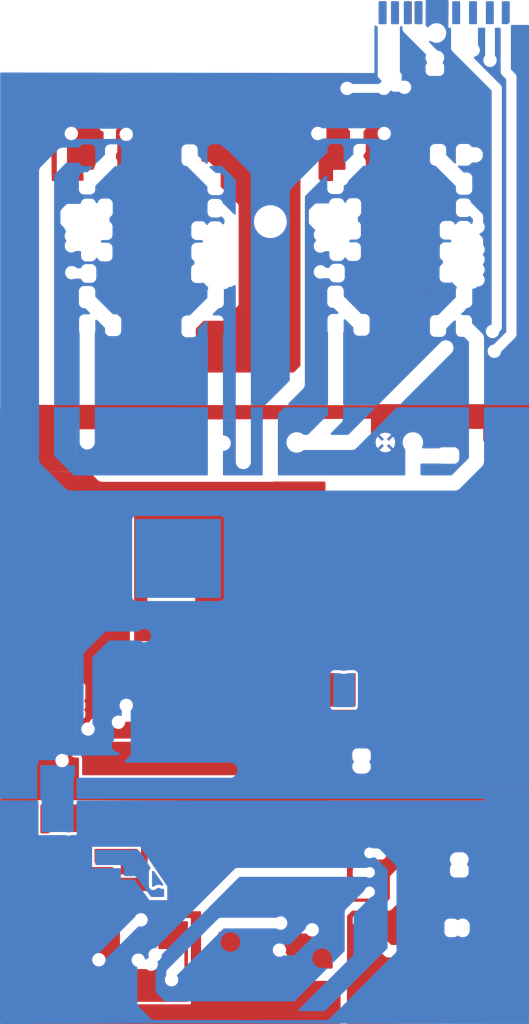
<source format=kicad_pcb>
(kicad_pcb (version 20240108) (generator "pcbnew") (generator_version "8.0")
  (layers (0 "F.Cu" signal) (31 "B.Cu" signal) (34 "B.Paste" user) (35 "F.Paste" user) (36 "B.SilkS" user "B.Silkscreen") (37 "F.SilkS" user "F.Silkscreen") (38 "B.Mask" user) (39 "F.Mask" user) (44 "Edge.Cuts" user))
  (net 0 "")
  (zone (net 0) (net_name "") (layer "F.Cu") (priority 3) (connect_pads yes (clearance 0.35)) (min_thickness 0.25) (fill yes (thermal_gap 0.3) (thermal_bridge_width 0.3) (island_removal_mode 1) (island_area_min 0))
    (polygon (pts (xy 115.10016 116.67393) (xy 115.10016 117.30893) (xy 115.35416 117.30893) (xy 116.11616 116.67393)))
  )
  (zone (net 0) (net_name "") (layer "F.Cu") (priority 11) (connect_pads yes (clearance 0.35)) (min_thickness 0.25) (fill yes (thermal_gap 0.3) (thermal_bridge_width 0.3) (island_removal_mode 1) (island_area_min 0))
    (polygon (pts (xy 122.08516 115.08843) (xy 122.08516 112.80243) (xy 123.86316 112.80243) (xy 123.86316 115.08843)))
  )
  (zone (net 0) (net_name "") (layer "F.Cu") (priority 14) (connect_pads yes (clearance 0.35)) (min_thickness 0.25) (fill yes (thermal_gap 0.3) (thermal_bridge_width 0.3) (island_removal_mode 1) (island_area_min 0))
    (polygon (pts (xy 157.40386 88.16443) (xy 157.40386 91.08543) (xy 156.95936 91.08543) (xy 155.75286 89.48523) (xy 155.75286 88.16443)))
  )
  (zone (net 0) (net_name "") (layer "F.Cu") (connect_pads yes (clearance 0.35)) (min_thickness 0.25) (fill yes (thermal_gap 0.3) (thermal_bridge_width 0.3) (island_removal_mode 1) (island_area_min 0))
    (polygon (pts (xy 119.84066 134.52293) (xy 117.89066 134.52293) (xy 117.89066 140.27293) (xy 116.64066 140.27293) (xy 116.64066 143.27293) (xy 115.14066 143.27293) (xy 115.14066 140.27293) (xy 114.736079 140.274463) (xy 114.711593 138.77293) (xy 117.14066 138.77293) (xy 117.14066 134.52293) (xy 114.64066 134.52293) (xy 114.64066 134.02293) (xy 114.64066 130.77293) (xy 119.89066 130.77293)))
  )
  (zone (net 0) (net_name "") (layer "F.Cu") (connect_pads yes (clearance 0.35)) (min_thickness 0.25) (fill yes (thermal_gap 0.3) (thermal_bridge_width 0.3) (island_removal_mode 1) (island_area_min 0))
    (polygon (pts (xy 132.75316 106.25993) (xy 132.75316 103.46593) (xy 128.68916 103.46593) (xy 128.68916 101.30693) (xy 137.96016 101.30693) (xy 137.96016 106.25993)))
  )
  (zone (net 0) (net_name "") (layer "F.Cu") (name "stitch_zone_0") (priority 4) (connect_pads yes (clearance 0.35)) (min_thickness 0.25) (fill yes (thermal_gap 0.3) (thermal_bridge_width 0.3) (island_removal_mode 1) (island_area_min 0))
    (polygon (pts (xy 122.59316 117.877257) (xy 117.00516 117.877257) (xy 116.24316 118.766257) (xy 116.24316 121.179257) (xy 114.97316 121.179257) (xy 114.84616 120.925257) (xy 114.84616 116.988257) (xy 114.59216 116.988257) (xy 115.86216 115.718257) (xy 115.98916 97.049257) (xy 137.96016 97.05443) (xy 137.96016 93.050757) (xy 101.25716 92.985257) (xy 101.25716 130.007757) (xy 137.96016 130.134757) (xy 137.96016 119.909257) (xy 130.84816 119.909257) (xy 130.84816 127.656257) (xy 110.14716 127.656257) (xy 110.14716 123.084257) (xy 112.05216 123.084257) (xy 122.59316 123.084257)))
  )
  (zone (net 0) (net_name "") (layer "F.Cu") (priority 2) (connect_pads yes (clearance 0.35)) (min_thickness 0.25) (fill yes (thermal_gap 0.3) (thermal_bridge_width 0.3) (island_removal_mode 1) (island_area_min 0))
    (polygon (pts (xy 124.62516 112.48293) (xy 127.29216 112.48293) (xy 127.29216 118.19793) (xy 125.64116 118.19793) (xy 125.64116 122.76993) (xy 121.70416 122.76993) (xy 121.70416 118.07093) (xy 124.62516 115.14993)))
  )
  (zone (net 0) (net_name "") (layer "F.Cu") (priority 16) (connect_pads yes (clearance 0.35)) (min_thickness 0.25) (fill yes (thermal_gap 0.3) (thermal_bridge_width 0.3) (island_removal_mode 2) (island_area_min 0))
    (polygon (pts (xy 141.349719 115.69803) (xy 141.36376 115.69803) (xy 141.36376 119.48263) (xy 137.68076 119.48263) (xy 137.17276 118.97463) (xy 137.17276 115.69803)))
  )
  (zone (net 0) (net_name "") (layer "F.Cu") (priority 14) (connect_pads yes (clearance 0.35)) (min_thickness 0.25) (fill yes (thermal_gap 0.3) (thermal_bridge_width 0.3) (island_removal_mode 2) (island_area_min 0))
    (polygon (pts (xy 160.94716 130.07443) (xy 137.93476 130.07443) (xy 137.93476 111.78643) (xy 157.39116 111.78643) (xy 157.39116 85.37043) (xy 160.94716 85.37043)))
  )
  (zone (net 0) (net_name "") (layer "F.Cu") (connect_pads yes (clearance 0.35)) (min_thickness 0.25) (fill yes (thermal_gap 0.3) (thermal_bridge_width 0.3) (island_removal_mode 1) (island_area_min 0))
    (polygon (pts (xy 116.90916 138.62293) (xy 114.85916 138.62293) (xy 114.85916 137.12293) (xy 111.70916 137.12293) (xy 111.70916 135.52293) (xy 116.90916 135.52293)))
  )
  (zone (net 0) (net_name "") (layer "F.Cu") (connect_pads yes (clearance 0.35)) (min_thickness 0.25) (fill yes (thermal_gap 0.3) (thermal_bridge_width 0.3) (island_removal_mode 1) (island_area_min 0))
    (polygon (pts (xy 138.77296 149.02643) (xy 135.90966 149.02643) (xy 135.96046 149.02163) (xy 133.36046 149.02163) (xy 133.30966 145.06043) (xy 138.77296 145.06043)))
  )
  (zone (net 0) (net_name "") (layer "F.Cu") (priority 1) (connect_pads yes (clearance 0.35)) (min_thickness 0.25) (fill yes (thermal_gap 0.3) (thermal_bridge_width 0.3) (island_removal_mode 1) (island_area_min 0))
    (polygon (pts (xy 128.18116 105.87893) (xy 132.49916 105.87893) (xy 132.49916 103.84693) (xy 128.18116 103.84693)))
  )
  (zone (net 0) (net_name "") (layer "F.Cu") (priority 10) (connect_pads yes (clearance 0.35)) (min_thickness 0.25) (fill yes (thermal_gap 0.3) (thermal_bridge_width 0.3) (island_removal_mode 1) (island_area_min 0))
    (polygon (pts (xy 113.67816 54.12243) (xy 111.77316 58.94843) (xy 110.63016 58.94843) (xy 110.67866 60.17843) (xy 107.07416 60.21843) (xy 106.94716 51.20143) (xy 107.70916 50.31243) (xy 113.67816 50.31243)))
  )
  (zone (net 0) (net_name "") (layer "F.Cu") (priority 9) (connect_pads yes (clearance 0.35)) (min_thickness 0.25) (fill yes (thermal_gap 0.3) (thermal_bridge_width 0.3) (island_removal_mode 1) (island_area_min 0))
    (polygon (pts (xy 124.34616 81.80843) (xy 123.33016 80.79243) (xy 123.33016 76.85543) (xy 124.21916 75.96643) (xy 126.37816 75.96643) (xy 128.15616 74.18843) (xy 128.15616 62.88543) (xy 126.12416 60.85343) (xy 126.12416 59.32943) (xy 124.85416 58.05943) (xy 124.09216 58.05943) (xy 123.96516 57.93243) (xy 123.96516 55.77343) (xy 123.25166 55.13843) (xy 123.25166 54.08243) (xy 123.25166 50.27243) (xy 132.90366 50.27243) (xy 133.53866 50.27243) (xy 135.26816 50.27243) (xy 135.31666 50.27243) (xy 140.60216 50.27243) (xy 140.72916 50.27243) (xy 140.72916 55.51943) (xy 140.34816 55.90043) (xy 140.22116 55.90043) (xy 140.22116 58.94843) (xy 138.82416 58.94843) (xy 138.82416 60.21843) (xy 137.42716 60.21843) (xy 137.17316 59.96443) (xy 137.17316 56.02743) (xy 137.80816 55.39243) (xy 138.06216 55.39243) (xy 138.06216 54.291764) (xy 137.55416 53.86843) (xy 136.66516 53.918885) (xy 135.14116 55.51943) (xy 135.14116 81.04643) (xy 134.37916 81.80843)))
  )
  (zone (net 0) (net_name "") (layer "F.Cu") (priority 5) (connect_pads yes (clearance 0.35)) (min_thickness 0.25) (fill yes (thermal_gap 0.3) (thermal_bridge_width 0.3))
    (polygon (pts (xy 133.41356 147.24483) (xy 128.99396 147.24483) (xy 128.99396 150.41983) (xy 133.41356 150.41983) (xy 133.41356 149.02283)))
  )
  (zone (net 0) (net_name "") (layer "F.Cu") (priority 3) (connect_pads yes (clearance 0.35)) (min_thickness 0.25) (fill yes (thermal_gap 0.3) (thermal_bridge_width 0.3) (island_removal_mode 1) (island_area_min 0))
    (polygon (pts (xy 117.38616 116.41993) (xy 117.13216 116.67393) (xy 115.22716 116.67393) (xy 115.98916 115.91193) (xy 117.38616 115.91193)))
  )
  (zone (net 0) (net_name "") (layer "F.Cu") (name "stitch_zone_0") (priority 4) (connect_pads yes (clearance 0.35)) (min_thickness 0.25) (fill yes (thermal_gap 0.3) (thermal_bridge_width 0.3) (island_removal_mode 1) (island_area_min 0))
    (polygon (pts (xy 101.25716 92.985257) (xy 101.25716 89.68843) (xy 124.38866 89.68843) (xy 124.50966 89.80943) (xy 124.50966 92.97893) (xy 124.49816 92.99043) (xy 101.262333 92.99043)))
  )
  (zone (net 0) (net_name "") (layer "F.Cu") (connect_pads yes (clearance 0.35)) (min_thickness 0.25) (fill yes (thermal_gap 0.3) (thermal_bridge_width 0.3) (island_removal_mode 1) (island_area_min 0))
    (polygon (pts (xy 148.00516 42.52443) (xy 148.90516 42.52443) (xy 148.90516 39.92443) (xy 148.00516 39.92443)))
  )
  (zone (net 0) (net_name "") (layer "F.Cu") (priority 14) (connect_pads yes (clearance 0.35)) (min_thickness 0.25) (fill yes (thermal_gap 0.3) (thermal_bridge_width 0.3) (island_removal_mode 1) (island_area_min 0))
    (polygon (pts (xy 146.16436 88.21523) (xy 146.16436 88.64703) (xy 146.165954 90.279934) (xy 145.58016 90.98383) (xy 143.80216 90.98383) (xy 143.09096 90.27263) (xy 143.09096 86.91983) (xy 143.19256 86.81823) (xy 146.16436 86.81823)))
  )
  (zone (net 0) (net_name "") (layer "F.Cu") (connect_pads yes (clearance 0.35)) (min_thickness 0.25) (fill yes (thermal_gap 0.3) (thermal_bridge_width 0.3) (island_removal_mode 1) (island_area_min 0))
    (polygon (pts (xy 146.80516 42.52443) (xy 147.70516 42.52443) (xy 147.70516 39.92443) (xy 146.80516 39.92443)))
  )
  (zone (net 0) (net_name "") (layer "F.Cu") (connect_pads yes (clearance 0.35)) (min_thickness 0.25) (fill yes (thermal_gap 0.3) (thermal_bridge_width 0.3) (island_removal_mode 1) (island_area_min 0))
    (polygon (pts (xy 145.35516 42.52443) (xy 146.25516 42.52443) (xy 146.25516 39.92443) (xy 145.35516 39.92443)))
  )
  (zone (net 0) (net_name "") (layer "F.Cu") (priority 3) (connect_pads yes (clearance 0.35)) (min_thickness 0.25) (fill yes (thermal_gap 0.3) (thermal_bridge_width 0.3) (island_removal_mode 1) (island_area_min 0))
    (polygon (pts (xy 116.37016 112.48293) (xy 121.95816 112.48293) (xy 121.95816 115.65793) (xy 120.94216 116.67393) (xy 116.37016 116.67393)))
  )
  (zone (net 0) (net_name "") (layer "F.Cu") (priority 7) (connect_pads yes (clearance 0.35)) (min_thickness 0.25) (fill yes (thermal_gap 0.3) (thermal_bridge_width 0.3) (island_removal_mode 1) (island_area_min 0))
    (polygon (pts (xy 142.25316 50.43943) (xy 142.25316 74.82343) (xy 143.39616 75.96643) (xy 149.11116 75.96643) (xy 150.50816 74.56943) (xy 150.50816 59.83743) (xy 150.25416 59.58343) (xy 144.41216 59.58343) (xy 144.03116 59.20243) (xy 144.03116 54.37643) (xy 144.28516 54.12243) (xy 144.79316 54.12243) (xy 145.93616 55.26543) (xy 147.84116 55.26543) (xy 147.84116 57.55143) (xy 149.11116 57.55143) (xy 149.23816 57.42443) (xy 149.23816 55.77343) (xy 149.510143 55.51943) (xy 149.87316 55.51943) (xy 150.12716 55.26543) (xy 150.12716 50.43943)))
  )
  (zone (net 0) (net_name "") (layer "F.Cu") (priority 7) (connect_pads yes (clearance 0.35)) (min_thickness 0.25) (fill yes (thermal_gap 0.3) (thermal_bridge_width 0.3) (island_removal_mode 1) (island_area_min 0))
    (polygon (pts (xy 114.31316 50.27243) (xy 114.31316 75.07743) (xy 115.45616 76.22043) (xy 121.17116 76.22043) (xy 122.44116 74.82343) (xy 122.44116 60.09143) (xy 122.31416 59.83743) (xy 116.47216 59.83743) (xy 116.09116 59.45643) (xy 116.09116 54.63043) (xy 116.34516 54.37643) (xy 116.85316 54.37643) (xy 117.99616 55.51943) (xy 119.90116 55.51943) (xy 119.90116 57.80543) (xy 121.17116 57.80543) (xy 121.29816 57.67843) (xy 121.29816 56.02743) (xy 121.570143 55.77343) (xy 121.93316 55.77343) (xy 124.77566 53.06643) (xy 124.77566 50.27243)))
  )
  (zone (net 0) (net_name "") (layer "F.Cu") (connect_pads yes (clearance 0.35)) (min_thickness 0.25) (fill yes (thermal_gap 0.3) (thermal_bridge_width 0.3) (island_removal_mode 1) (island_area_min 0))
    (polygon (pts (xy 113.14066 133.77293) (xy 105.79066 133.77293) (xy 105.79066 130.51493) (xy 113.14066 130.51493)))
  )
  (zone (net 0) (net_name "") (layer "F.Cu") (connect_pads yes (clearance 0.35)) (min_thickness 0.25) (fill yes (thermal_gap 0.3) (thermal_bridge_width 0.3) (island_removal_mode 1) (island_area_min 0))
    (polygon (pts (xy 143.95516 42.52443) (xy 144.85516 42.52443) (xy 144.85516 39.92443) (xy 143.95516 39.92443)))
  )
  (zone (net 0) (net_name "") (layer "F.Cu") (connect_pads yes (clearance 0.35)) (min_thickness 0.25) (fill yes (thermal_gap 0.3) (thermal_bridge_width 0.3) (island_removal_mode 1) (island_area_min 0))
    (polygon (pts (xy 128.54066 151.92293) (xy 125.89066 151.92293) (xy 125.89066 144.87293) (xy 128.54066 144.87293)))
  )
  (zone (net 0) (net_name "") (layer "F.Cu") (priority 1) (connect_pads yes (clearance 0.35)) (min_thickness 0.25) (fill yes (thermal_gap 0.3) (thermal_bridge_width 0.3) (island_removal_mode 1) (island_area_min 0))
    (polygon (pts (xy 128.18116 100.79893) (xy 137.96016 100.79893) (xy 137.96016 97.36993) (xy 128.18116 97.36993) (xy 128.18116 100.54493)))
  )
  (zone (net 0) (net_name "") (layer "F.Cu") (connect_pads yes (clearance 0.35)) (min_thickness 0.25) (fill yes (thermal_gap 0.3) (thermal_bridge_width 0.3) (island_removal_mode 1) (island_area_min 0))
    (polygon (pts (xy 111.54066 137.57293) (xy 114.04066 137.57293) (xy 114.04066 141.07293) (xy 114.74066 141.72293) (xy 114.79066 149.07293) (xy 119.09066 149.07293) (xy 119.09066 152.02293) (xy 121.79066 152.02293) (xy 122.04066 152.02293) (xy 122.04066 146.82293) (xy 119.09066 146.82293) (xy 119.09066 143.67293) (xy 122.44066 143.67293) (xy 122.44066 152.77293) (xy 106.69066 152.77293) (xy 106.69066 143.52293) (xy 108.44066 143.52293) (xy 108.44066 145.97293) (xy 107.04066 145.97293) (xy 107.04066 148.97293) (xy 108.69066 148.97293) (xy 108.69066 147.52293) (xy 110.34066 147.52293) (xy 110.34066 145.87293) (xy 112.69066 145.87293) (xy 112.69066 141.37293) (xy 110.29066 141.37293) (xy 110.29066 139.22293) (xy 106.79066 139.22293) (xy 106.79066 133.97293) (xy 111.54066 133.97293)))
  )
  (zone (net 0) (net_name "") (layer "F.Cu") (connect_pads yes (clearance 0.35)) (min_thickness 0.25) (fill yes (thermal_gap 0.3) (thermal_bridge_width 0.3) (island_removal_mode 1) (island_area_min 0))
    (polygon (pts (xy 105.47856 129.87443) (xy 105.47856 141.77443) (xy 106.32156 141.77443) (xy 106.32156 153.05243) (xy 122.77316 153.05243) (xy 122.77316 143.32283) (xy 117.17316 143.32283) (xy 117.17316 141.30123) (xy 117.17316 141.30243) (xy 120.92316 141.30243) (xy 120.92316 142.55243) (xy 123.92316 142.55243) (xy 123.92316 149.30243) (xy 124.67316 149.30243) (xy 124.67596 152.22323) (xy 129.00266 152.22323) (xy 128.99396 150.41983) (xy 139.66196 150.39443) (xy 139.66466 155.27123) (xy 101.25716 155.27443) (xy 101.25716 129.874379)))
  )
  (zone (net 0) (net_name "") (layer "F.Cu") (connect_pads yes (clearance 0.35)) (min_thickness 0.25) (fill yes (thermal_gap 0.3) (thermal_bridge_width 0.3) (island_removal_mode 1) (island_area_min 0))
    (polygon (pts (xy 128.56216 118.57893) (xy 127.80016 118.57893) (xy 127.80016 106.25993) (xy 137.96016 106.25993) (xy 137.96016 119.34093) (xy 130.08616 119.34093) (xy 130.08616 118.57893)))
  )
  (zone (net 0) (net_name "") (layer "F.Cu") (priority 4) (connect_pads yes (clearance 0.35)) (min_thickness 0.25) (fill yes (thermal_gap 0.3) (thermal_bridge_width 0.3) (island_removal_mode 1) (island_area_min 0))
    (polygon (pts (xy 107.12266 85.45143) (xy 101.25716 85.45143) (xy 101.28066 86.25343) (xy 101.28066 91.69243) (xy 112.71066 91.81943) (xy 112.70516 91.82443) (xy 113.25516 91.82443) (xy 123.50516 91.82443) (xy 123.50566 87.10243) (xy 143.90416 87.01543) (xy 143.90416 85.61843) (xy 143.77716 85.49143) (xy 109.10616 85.45143) (xy 107.50366 85.45143)))
  )
  (zone (net 0) (net_name "") (layer "F.Cu") (connect_pads yes (clearance 0.35)) (min_thickness 0.25) (fill yes (thermal_gap 0.3) (thermal_bridge_width 0.3) (island_removal_mode 1) (island_area_min 0))
    (polygon (pts (xy 109.25816 123.27793) (xy 126.02216 123.27793) (xy 126.02216 118.57893) (xy 130.08616 118.57893) (xy 130.08616 127.21493) (xy 109.25816 127.21493)))
  )
  (zone (net 0) (net_name "") (layer "F.Cu") (priority 1) (connect_pads yes (clearance 0.35)) (min_thickness 0.25) (fill yes (thermal_gap 0.3) (thermal_bridge_width 0.3) (island_removal_mode 1) (island_area_min 0))
    (polygon (pts (xy 116.37016 97.36993) (xy 128.18116 97.36993) (xy 128.18116 105.87893) (xy 127.29216 105.87893) (xy 127.29216 112.10193) (xy 116.37016 112.10193)))
  )
  (zone (net 0) (net_name "") (layer "F.Cu") (priority 14) (connect_pads yes (clearance 0.35)) (min_thickness 0.25) (fill yes (thermal_gap 0.3) (thermal_bridge_width 0.3) (island_removal_mode 1) (island_area_min 0))
    (polygon (pts (xy 160.94716 85.37043) (xy 157.39116 85.37043) (xy 143.67516 85.37043) (xy 143.67516 87.68818) (xy 144.31016 88.16443) (xy 157.39116 88.16443)))
  )
  (zone (net 0) (net_name "") (layer "F.Cu") (connect_pads yes (clearance 0.35)) (min_thickness 0.25) (fill yes (thermal_gap 0.3) (thermal_bridge_width 0.3) (island_removal_mode 1) (island_area_min 0))
    (polygon (pts (xy 155.35916 155.234435) (xy 140.38016 155.27443) (xy 140.38316 147.97443) (xy 140.39516 147.92363) (xy 140.37316 132.46203) (xy 155.35916 132.46203)))
  )
  (zone (net 0) (net_name "") (layer "B.Cu") (connect_pads yes (clearance 0.35)) (min_thickness 0.25) (fill yes (thermal_gap 0.3) (thermal_bridge_width 0.3) (island_removal_mode 1) (island_area_min 0))
    (polygon (pts (xy 146.25516 42.52443) (xy 145.35516 42.52443) (xy 145.35516 39.92443) (xy 146.25516 39.92443)))
  )
  (zone (net 0) (net_name "") (layer "B.Cu") (priority 1) (connect_pads yes (clearance 0.35)) (min_thickness 0.25) (fill yes (thermal_gap 0.3) (thermal_bridge_width 0.3) (island_removal_mode 1) (island_area_min 0))
    (polygon (pts (xy 109.88016 85.72443) (xy 101.23416 85.72443) (xy 101.23416 129.87443) (xy 105.58016 129.87443) (xy 105.58016 125.52443) (xy 109.88016 125.52443)))
  )
  (zone (net 0) (net_name "") (layer "B.Cu") (priority 5) (connect_pads yes (clearance 0.35)) (min_thickness 0.25) (fill yes (thermal_gap 0.3) (thermal_bridge_width 0.3) (island_removal_mode 2) (island_area_min 0))
    (polygon (pts (xy 160.94716 85.72603) (xy 109.88016 85.72443) (xy 109.88016 129.87443) (xy 160.94716 129.87443)))
  )
  (zone (net 0) (net_name "") (layer "B.Cu") (priority 13) (connect_pads yes (clearance 0.35)) (min_thickness 0.25) (fill yes (thermal_gap 0.3) (thermal_bridge_width 0.3))
    (polygon (pts (xy 120.93016 130.07443) (xy 109.88016 130.07443) (xy 109.88016 133.97443) (xy 105.58016 133.97443) (xy 105.58016 130.07443) (xy 101.23416 130.07443) (xy 101.23416 155.273157) (xy 120.93216 155.17443) (xy 120.93016 141.27443) (xy 118.10176 141.30443) (xy 116.37456 138.96763) (xy 114.87596 138.96763) (xy 114.87596 137.69763) (xy 111.62476 137.69763) (xy 111.62476 135.28463) (xy 117.06036 135.28463) (xy 120.10836 139.75503) (xy 120.10836 141.30443) (xy 120.93016 141.27443)))
  )
  (zone (net 0) (net_name "") (layer "B.Cu") (priority 3) (connect_pads yes (clearance 0.35)) (min_thickness 0.25) (fill yes (thermal_gap 0.3) (thermal_bridge_width 0.3) (island_removal_mode 1) (island_area_min 0))
    (polygon (pts (xy 109.68016 126.08003) (xy 105.78016 126.08003) (xy 105.78016 133.77443) (xy 109.68016 133.77443)))
  )
  (zone (net 0) (net_name "") (layer "B.Cu") (connect_pads yes (clearance 0.35)) (min_thickness 0.25) (fill yes (thermal_gap 0.3) (thermal_bridge_width 0.3) (island_removal_mode 1) (island_area_min 0))
    (polygon (pts (xy 153.15516 42.52443) (xy 152.25516 42.52443) (xy 152.25516 39.92443) (xy 153.15516 39.92443)))
  )
  (zone (net 0) (net_name "") (layer "B.Cu") (connect_pads yes (clearance 0.35)) (min_thickness 0.25) (fill yes (thermal_gap 0.3) (thermal_bridge_width 0.3) (island_removal_mode 1) (island_area_min 0))
    (polygon (pts (xy 148.90516 42.52443) (xy 148.00516 42.52443) (xy 148.00516 39.92443) (xy 148.90516 39.92443)))
  )
  (zone (net 0) (net_name "") (layer "B.Cu") (priority 12) (connect_pads yes (clearance 0.35)) (min_thickness 0.25) (fill yes (thermal_gap 0.3) (thermal_bridge_width 0.3) (island_removal_mode 1) (island_area_min 0))
    (polygon (pts (xy 160.92616 155.273799) (xy 118.39247 155.16812) (xy 118.390471 130.07443) (xy 160.94716 130.07443)))
  )
  (zone (net 0) (net_name "") (layer "B.Cu") (priority 6) (connect_pads yes (clearance 0.35)) (min_thickness 0.25) (fill yes (thermal_gap 0.3) (thermal_bridge_width 0.3) (island_removal_mode 1) (island_area_min 0))
    (polygon (pts (xy 105.65766 84.10043) (xy 101.25716 84.10043) (xy 101.25716 86.89443) (xy 105.65766 86.89443)))
  )
  (zone (net 0) (net_name "") (layer "B.Cu") (priority 15) (connect_pads yes (clearance 0.35)) (min_thickness 0.25) (fill yes (thermal_gap 0.3) (thermal_bridge_width 0.3))
    (polygon (pts (xy 126.14916 98.32443) (xy 116.49716 98.32443) (xy 116.49716 107.21443) (xy 126.14916 107.21443)))
  )
  (zone (net 0) (net_name "") (layer "B.Cu") (connect_pads yes (clearance 0.35)) (min_thickness 0.25) (fill yes (thermal_gap 0.3) (thermal_bridge_width 0.3) (island_removal_mode 1) (island_area_min 0))
    (polygon (pts (xy 116.88256 135.58943) (xy 111.98036 135.58943) (xy 111.98036 137.472129) (xy 115.076258 137.467928) (xy 115.076258 138.621428) (xy 116.43016 138.62443) (xy 118.115909 140.972129) (xy 119.840509 140.972129) (xy 119.840509 139.772929)))
  )
  (zone (net 0) (net_name "") (layer "B.Cu") (priority 8) (connect_pads yes (clearance 0.35)) (min_thickness 0.25) (fill yes (thermal_gap 0.3) (thermal_bridge_width 0.3) (island_removal_mode 1) (island_area_min 0))
    (polygon (pts (xy 138.84916 115.72343) (xy 141.26216 115.72343) (xy 141.26216 119.53343) (xy 138.84916 119.53343)))
  )
  (zone (net 0) (net_name "") (layer "B.Cu") (connect_pads yes (clearance 0.35)) (min_thickness 0.25) (fill yes (thermal_gap 0.3) (thermal_bridge_width 0.3))
    (polygon (pts (xy 160.94716 85.47203) (xy 101.25716 85.478243) (xy 101.25716 47.967667) (xy 143.48016 48.02443) (xy 143.48016 42.57443) (xy 146.65516 42.57443) (xy 149.25516 42.57443) (xy 149.25516 39.79423) (xy 151.855159 39.79423) (xy 151.82666 42.90643) (xy 158.68466 42.90643) (xy 158.67216 42.60543) (xy 160.94716 42.60543)))
  )
  (zone (net 0) (net_name "") (layer "B.Cu") (priority 6) (connect_pads yes (clearance 0.35)) (min_thickness 0.25) (fill yes (thermal_gap 0.3) (thermal_bridge_width 0.3) (island_removal_mode 1) (island_area_min 0))
    (polygon (pts (xy 127.80016 84.35443) (xy 126.44766 84.35443) (xy 126.44766 87.14843) (xy 127.80016 87.14843)))
  )
  (zone (net 0) (net_name "") (layer "B.Cu") (priority 2) (connect_pads yes (clearance 0.35)) (min_thickness 0.25) (fill yes (thermal_gap 0.3) (thermal_bridge_width 0.3) (island_removal_mode 1) (island_area_min 0))
    (polygon (pts (xy 143.23116 62.83943) (xy 143.23116 73.12643) (xy 149.45416 73.12643) (xy 149.45416 62.83943)))
  )
  (zone (net 0) (net_name "") (layer "B.Cu") (priority 6) (connect_pads yes (clearance 0.35)) (min_thickness 0.25) (fill yes (thermal_gap 0.3) (thermal_bridge_width 0.3) (island_removal_mode 1) (island_area_min 0))
    (polygon (pts (xy 160.94716 128.52443) (xy 155.89066 128.52443) (xy 155.89066 131.31843) (xy 160.94716 131.34443)))
  )
  (zone (net 0) (net_name "") (layer "B.Cu") (connect_pads yes (clearance 0.35)) (min_thickness 0.25) (fill yes (thermal_gap 0.3) (thermal_bridge_width 0.3) (island_removal_mode 1) (island_area_min 0))
    (polygon (pts (xy 147.70516 42.52443) (xy 146.80516 42.52443) (xy 146.80516 39.92443) (xy 147.70516 39.92443)))
  )
  (zone (net 0) (net_name "") (layer "B.Cu") (connect_pads yes (clearance 0.35)) (min_thickness 0.25) (fill yes (thermal_gap 0.3) (thermal_bridge_width 0.3) (island_removal_mode 1) (island_area_min 0))
    (polygon (pts (xy 158.75516 42.52443) (xy 157.85516 42.52443) (xy 157.85516 39.92443) (xy 158.75516 39.92443)))
  )
  (zone (net 0) (net_name "") (layer "B.Cu") (priority 2) (connect_pads yes (clearance 0.35)) (min_thickness 0.25) (fill yes (thermal_gap 0.3) (thermal_bridge_width 0.3) (island_removal_mode 1) (island_area_min 0))
    (polygon (pts (xy 115.20216 62.88543) (xy 115.20216 73.17243) (xy 121.42516 73.17243) (xy 121.42516 62.88543)))
  )
  (zone (net 0) (net_name "") (layer "B.Cu") (connect_pads yes (clearance 0.35)) (min_thickness 0.25) (fill yes (thermal_gap 0.3) (thermal_bridge_width 0.3) (island_removal_mode 1) (island_area_min 0))
    (polygon (pts (xy 144.85516 42.52443) (xy 143.95516 42.52443) (xy 143.95516 39.92443) (xy 144.85516 39.92443)))
  )
  (zone (net 0) (net_name "") (layer "B.Cu") (connect_pads yes (clearance 0.35)) (min_thickness 0.25) (fill yes (thermal_gap 0.3) (thermal_bridge_width 0.3) (island_removal_mode 1) (island_area_min 0))
    (polygon (pts (xy 156.95516 42.52443) (xy 156.05516 42.52443) (xy 156.05516 39.92443) (xy 156.95516 39.92443)))
  )
  (zone (net 0) (net_name "") (layer "B.Cu") (connect_pads yes (clearance 0.35)) (min_thickness 0.25) (fill yes (thermal_gap 0.3) (thermal_bridge_width 0.3) (island_removal_mode 1) (island_area_min 0))
    (polygon (pts (xy 155.05516 42.52443) (xy 154.15516 42.52443) (xy 154.15516 39.92443) (xy 155.05516 39.92443)))
  )
)
</source>
